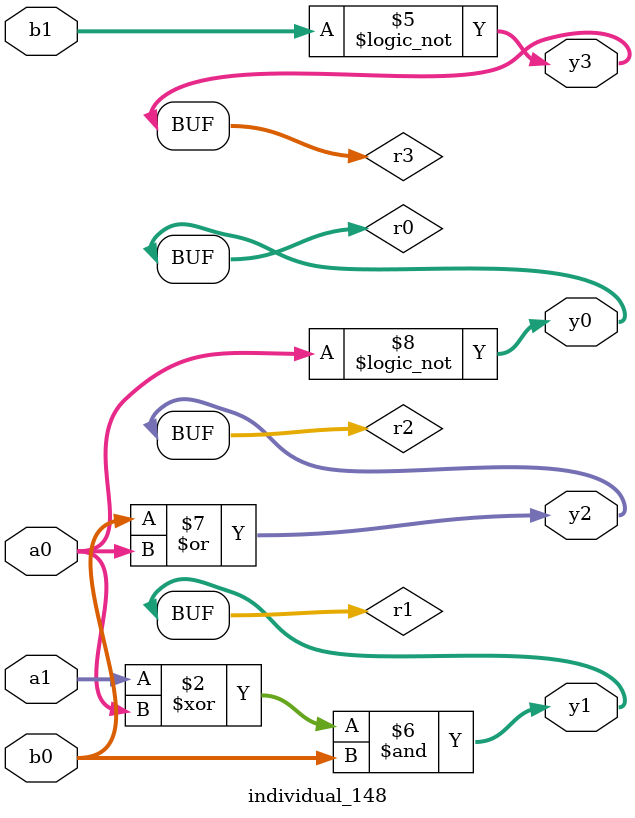
<source format=sv>
module individual_148(input logic [15:0] a1, input logic [15:0] a0, input logic [15:0] b1, input logic [15:0] b0, output logic [15:0] y3, output logic [15:0] y2, output logic [15:0] y1, output logic [15:0] y0);
logic [15:0] r0, r1, r2, r3; 
 always@(*) begin 
	 r0 = a0; r1 = a1; r2 = b0; r3 = b1; 
 	 r1  ^=  r0 ;
 	 r0  &=  b0 ;
 	 r3 = ! b1 ;
 	 r3 = ! b1 ;
 	 r1  &=  r2 ;
 	 r2  |=  a0 ;
 	 r0 = ! a0 ;
 	 y3 = r3; y2 = r2; y1 = r1; y0 = r0; 
end
endmodule
</source>
